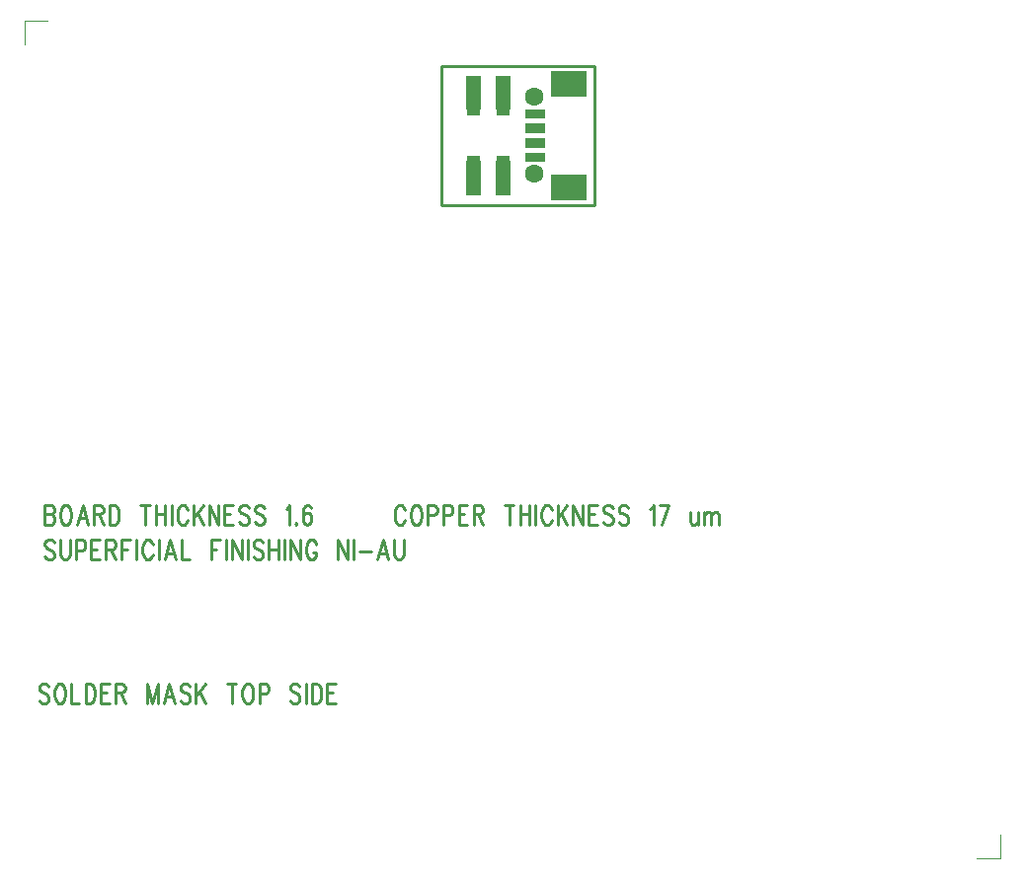
<source format=gbr>
*
*
G04 PADS Layout (Build Number 2007.42.1) generated Gerber (RS-274-X) file*
G04 PC Version=2.1*
*
%IN "TMSBASE-001.pcb"*%
*
%MOIN*%
*
%FSLAX35Y35*%
*
*
*
*
G04 PC Standard Apertures*
*
*
G04 Thermal Relief Aperture macro.*
%AMTER*
1,1,$1,0,0*
1,0,$1-$2,0,0*
21,0,$3,$4,0,0,45*
21,0,$3,$4,0,0,135*
%
*
*
G04 Annular Aperture macro.*
%AMANN*
1,1,$1,0,0*
1,0,$2,0,0*
%
*
*
G04 Odd Aperture macro.*
%AMODD*
1,1,$1,0,0*
1,0,$1-0.005,0,0*
%
*
*
G04 PC Custom Aperture Macros*
*
*
*
*
*
*
G04 PC Aperture Table*
*
%ADD010C,0.01*%
%ADD062R,0.05118X0.05118*%
%ADD088R,0.04331X0.04331*%
%ADD102C,0.06299*%
%ADD162R,0.0315X0.0315*%
%ADD163R,0.08661X0.08661*%
%ADD192C,0.00004*%
*
*
*
*
G04 PC Copper Outlines (0)*
G04 Layer Name TMSBASE-001.pcb - dark (0)*
%LPD*%
*
*
G04 PC Area=Custom_Thermal*
*
G04 PC Custom Flashes*
G04 Layer Name TMSBASE-001.pcb - flashes*
%LPD*%
*
*
G04 PC Circuitry*
G04 Layer Name TMSBASE-001.pcb - circuitry*
%LPD*%
*
G54D10*
G01X10081Y106505D02*
X9627Y107130D01*
X8945Y107442*
X8036*
X7354Y107130*
X6900Y106505*
Y105880*
X7127Y105255*
X7354Y104942*
X7809Y104630*
X9172Y104005*
X9627Y103692*
X9854Y103380*
X10081Y102755*
Y101817*
X9627Y101192*
X8945Y100880*
X8036*
X7354Y101192*
X6900Y101817*
X12127Y107442D02*
Y102755D01*
X12354Y101817*
X12809Y101192*
X13491Y100880*
X13945*
X14627Y101192*
X15081Y101817*
X15309Y102755*
Y107442*
X17354D02*
Y100880D01*
Y107442D02*
X19400D01*
X20081Y107130*
X20309Y106817*
X20536Y106192*
Y105255*
X20309Y104630*
X20081Y104317*
X19400Y104005*
X17354*
X22581Y107442D02*
Y100880D01*
Y107442D02*
X25536D01*
X22581Y104317D02*
X24400D01*
X22581Y100880D02*
X25536D01*
X27581Y107442D02*
Y100880D01*
Y107442D02*
X29627D01*
X30309Y107130*
X30536Y106817*
X30763Y106192*
Y105567*
X30536Y104942*
X30309Y104630*
X29627Y104317*
X27581*
X29172D02*
X30763Y100880D01*
X32809Y107442D02*
Y100880D01*
Y107442D02*
X35763D01*
X32809Y104317D02*
X34627D01*
X37809Y107442D02*
Y100880D01*
X43263Y105880D02*
X43036Y106505D01*
X42581Y107130*
X42127Y107442*
X41218*
X40763Y107130*
X40309Y106505*
X40081Y105880*
X39854Y104942*
Y103380*
X40081Y102442*
X40309Y101817*
X40763Y101192*
X41218Y100880*
X42127*
X42581Y101192*
X43036Y101817*
X43263Y102442*
X45309Y107442D02*
Y100880D01*
X49172Y107442D02*
X47354Y100880D01*
X49172Y107442D02*
X50991Y100880D01*
X48036Y103067D02*
X50309D01*
X53036Y107442D02*
Y100880D01*
X55763*
X63036Y107442D02*
Y100880D01*
Y107442D02*
X65991D01*
X63036Y104317D02*
X64854D01*
X68036Y107442D02*
Y100880D01*
X70081Y107442D02*
Y100880D01*
Y107442D02*
X73263Y100880D01*
Y107442D02*
Y100880D01*
X75309Y107442D02*
Y100880D01*
X80536Y106505D02*
X80081Y107130D01*
X79400Y107442*
X78491*
X77809Y107130*
X77354Y106505*
Y105880*
X77581Y105255*
X77809Y104942*
X78263Y104630*
X79627Y104005*
X80081Y103692*
X80309Y103380*
X80536Y102755*
Y101817*
X80081Y101192*
X79400Y100880*
X78491*
X77809Y101192*
X77354Y101817*
X82581Y107442D02*
Y100880D01*
X85763Y107442D02*
Y100880D01*
X82581Y104317D02*
X85763D01*
X87809Y107442D02*
Y100880D01*
X89854Y107442D02*
Y100880D01*
Y107442D02*
X93036Y100880D01*
Y107442D02*
Y100880D01*
X98491Y105880D02*
X98263Y106505D01*
X97809Y107130*
X97354Y107442*
X96445*
X95991Y107130*
X95536Y106505*
X95309Y105880*
X95081Y104942*
Y103380*
X95309Y102442*
X95536Y101817*
X95991Y101192*
X96445Y100880*
X97354*
X97809Y101192*
X98263Y101817*
X98491Y102442*
Y103380*
X97354D02*
X98491D01*
X105763Y107442D02*
Y100880D01*
Y107442D02*
X108945Y100880D01*
Y107442D02*
Y100880D01*
X110991Y107442D02*
Y100880D01*
X113036Y103692D02*
X117127D01*
X120991Y107442D02*
X119172Y100880D01*
X120991Y107442D02*
X122809Y100880D01*
X119854Y103067D02*
X122127D01*
X124854Y107442D02*
Y102755D01*
X125081Y101817*
X125536Y101192*
X126218Y100880*
X126672*
X127354Y101192*
X127809Y101817*
X128036Y102755*
Y107442*
X6900Y119253D02*
Y112691D01*
Y119253D02*
X8945D01*
X9627Y118941*
X9854Y118628*
X10081Y118003*
Y117378*
X9854Y116753*
X9627Y116441*
X8945Y116128*
X6900D02*
X8945D01*
X9627Y115816*
X9854Y115503*
X10081Y114878*
Y113941*
X9854Y113316*
X9627Y113003*
X8945Y112691*
X6900*
X13491Y119253D02*
X13036Y118941D01*
X12581Y118316*
X12354Y117691*
X12127Y116753*
Y115191*
X12354Y114253*
X12581Y113628*
X13036Y113003*
X13491Y112691*
X14400*
X14854Y113003*
X15309Y113628*
X15536Y114253*
X15763Y115191*
Y116753*
X15536Y117691*
X15309Y118316*
X14854Y118941*
X14400Y119253*
X13491*
X19627D02*
X17809Y112691D01*
X19627Y119253D02*
X21445Y112691D01*
X18491Y114878D02*
X20763D01*
X23491Y119253D02*
Y112691D01*
Y119253D02*
X25536D01*
X26218Y118941*
X26445Y118628*
X26672Y118003*
Y117378*
X26445Y116753*
X26218Y116441*
X25536Y116128*
X23491*
X25081D02*
X26672Y112691D01*
X28718Y119253D02*
Y112691D01*
Y119253D02*
X30309D01*
X30991Y118941*
X31445Y118316*
X31672Y117691*
X31900Y116753*
Y115191*
X31672Y114253*
X31445Y113628*
X30991Y113003*
X30309Y112691*
X28718*
X40763Y119253D02*
Y112691D01*
X39172Y119253D02*
X42354D01*
X44400D02*
Y112691D01*
X47581Y119253D02*
Y112691D01*
X44400Y116128D02*
X47581D01*
X49627Y119253D02*
Y112691D01*
X55081Y117691D02*
X54854Y118316D01*
X54400Y118941*
X53945Y119253*
X53036*
X52581Y118941*
X52127Y118316*
X51900Y117691*
X51672Y116753*
Y115191*
X51900Y114253*
X52127Y113628*
X52581Y113003*
X53036Y112691*
X53945*
X54400Y113003*
X54854Y113628*
X55081Y114253*
X57127Y119253D02*
Y112691D01*
X60309Y119253D02*
X57127Y114878D01*
X58263Y116441D02*
X60309Y112691D01*
X62354Y119253D02*
Y112691D01*
Y119253D02*
X65536Y112691D01*
Y119253D02*
Y112691D01*
X67581Y119253D02*
Y112691D01*
Y119253D02*
X70536D01*
X67581Y116128D02*
X69400D01*
X67581Y112691D02*
X70536D01*
X75763Y118316D02*
X75309Y118941D01*
X74627Y119253*
X73718*
X73036Y118941*
X72581Y118316*
Y117691*
X72809Y117066*
X73036Y116753*
X73491Y116441*
X74854Y115816*
X75309Y115503*
X75536Y115191*
X75763Y114566*
Y113628*
X75309Y113003*
X74627Y112691*
X73718*
X73036Y113003*
X72581Y113628*
X80991Y118316D02*
X80536Y118941D01*
X79854Y119253*
X78945*
X78263Y118941*
X77809Y118316*
Y117691*
X78036Y117066*
X78263Y116753*
X78718Y116441*
X80081Y115816*
X80536Y115503*
X80763Y115191*
X80991Y114566*
Y113628*
X80536Y113003*
X79854Y112691*
X78945*
X78263Y113003*
X77809Y113628*
X88263Y118003D02*
X88718Y118316D01*
X89400Y119253*
Y112691*
X91672Y113316D02*
X91445Y113003D01*
X91672Y112691*
X91900Y113003*
X91672Y113316*
X96672Y118316D02*
X96445Y118941D01*
X95763Y119253*
X95309*
X94627Y118941*
X94172Y118003*
X93945Y116441*
Y114878*
X94172Y113628*
X94627Y113003*
X95309Y112691*
X95536*
X96218Y113003*
X96672Y113628*
X96900Y114566*
Y114878*
X96672Y115816*
X96218Y116441*
X95536Y116753*
X95309*
X94627Y116441*
X94172Y115816*
X93945Y114878*
X128419Y117691D02*
X128192Y118316D01*
X127737Y118941*
X127283Y119253*
X126373*
X125919Y118941*
X125464Y118316*
X125237Y117691*
X125010Y116753*
Y115191*
X125237Y114253*
X125464Y113628*
X125919Y113003*
X126373Y112691*
X127283*
X127737Y113003*
X128192Y113628*
X128419Y114253*
X131828Y119253D02*
X131373Y118941D01*
X130919Y118316*
X130692Y117691*
X130464Y116753*
Y115191*
X130692Y114253*
X130919Y113628*
X131373Y113003*
X131828Y112691*
X132737*
X133192Y113003*
X133646Y113628*
X133873Y114253*
X134101Y115191*
Y116753*
X133873Y117691*
X133646Y118316*
X133192Y118941*
X132737Y119253*
X131828*
X136146D02*
Y112691D01*
Y119253D02*
X138192D01*
X138873Y118941*
X139101Y118628*
X139328Y118003*
Y117066*
X139101Y116441*
X138873Y116128*
X138192Y115816*
X136146*
X141373Y119253D02*
Y112691D01*
Y119253D02*
X143419D01*
X144101Y118941*
X144328Y118628*
X144555Y118003*
Y117066*
X144328Y116441*
X144101Y116128*
X143419Y115816*
X141373*
X146601Y119253D02*
Y112691D01*
Y119253D02*
X149555D01*
X146601Y116128D02*
X148419D01*
X146601Y112691D02*
X149555D01*
X151601Y119253D02*
Y112691D01*
Y119253D02*
X153646D01*
X154328Y118941*
X154555Y118628*
X154783Y118003*
Y117378*
X154555Y116753*
X154328Y116441*
X153646Y116128*
X151601*
X153192D02*
X154783Y112691D01*
X163646Y119253D02*
Y112691D01*
X162055Y119253D02*
X165237D01*
X167283D02*
Y112691D01*
X170464Y119253D02*
Y112691D01*
X167283Y116128D02*
X170464D01*
X172510Y119253D02*
Y112691D01*
X177964Y117691D02*
X177737Y118316D01*
X177283Y118941*
X176828Y119253*
X175919*
X175464Y118941*
X175010Y118316*
X174783Y117691*
X174555Y116753*
Y115191*
X174783Y114253*
X175010Y113628*
X175464Y113003*
X175919Y112691*
X176828*
X177283Y113003*
X177737Y113628*
X177964Y114253*
X180010Y119253D02*
Y112691D01*
X183192Y119253D02*
X180010Y114878D01*
X181146Y116441D02*
X183192Y112691D01*
X185237Y119253D02*
Y112691D01*
Y119253D02*
X188419Y112691D01*
Y119253D02*
Y112691D01*
X190464Y119253D02*
Y112691D01*
Y119253D02*
X193419D01*
X190464Y116128D02*
X192283D01*
X190464Y112691D02*
X193419D01*
X198646Y118316D02*
X198192Y118941D01*
X197510Y119253*
X196601*
X195919Y118941*
X195464Y118316*
Y117691*
X195692Y117066*
X195919Y116753*
X196373Y116441*
X197737Y115816*
X198192Y115503*
X198419Y115191*
X198646Y114566*
Y113628*
X198192Y113003*
X197510Y112691*
X196601*
X195919Y113003*
X195464Y113628*
X203873Y118316D02*
X203419Y118941D01*
X202737Y119253*
X201828*
X201146Y118941*
X200692Y118316*
Y117691*
X200919Y117066*
X201146Y116753*
X201601Y116441*
X202964Y115816*
X203419Y115503*
X203646Y115191*
X203873Y114566*
Y113628*
X203419Y113003*
X202737Y112691*
X201828*
X201146Y113003*
X200692Y113628*
X211146Y118003D02*
X211601Y118316D01*
X212283Y119253*
Y112691*
X217510Y119253D02*
X215237Y112691D01*
X214328Y119253D02*
X217510D01*
X224783Y117066D02*
Y113941D01*
X225010Y113003*
X225464Y112691*
X226146*
X226601Y113003*
X227283Y113941*
Y117066D02*
Y112691D01*
X229328Y117066D02*
Y112691D01*
Y115816D02*
X230010Y116753D01*
X230464Y117066*
X231146*
X231601Y116753*
X231828Y115816*
Y112691*
Y115816D02*
X232510Y116753D01*
X232964Y117066*
X233646*
X234101Y116753*
X234328Y115816*
Y112691*
X8137Y58009D02*
X7682Y58634D01*
X7000Y58946*
X6091*
X5409Y58634*
X4955Y58009*
Y57384*
X5182Y56759*
X5409Y56446*
X5864Y56134*
X7227Y55509*
X7682Y55196*
X7909Y54884*
X8137Y54259*
Y53321*
X7682Y52696*
X7000Y52384*
X6091*
X5409Y52696*
X4955Y53321*
X11546Y58946D02*
X11091Y58634D01*
X10637Y58009*
X10409Y57384*
X10182Y56446*
Y54884*
X10409Y53946*
X10637Y53321*
X11091Y52696*
X11546Y52384*
X12455*
X12909Y52696*
X13364Y53321*
X13591Y53946*
X13818Y54884*
Y56446*
X13591Y57384*
X13364Y58009*
X12909Y58634*
X12455Y58946*
X11546*
X15864D02*
Y52384D01*
X18591*
X20637Y58946D02*
Y52384D01*
Y58946D02*
X22227D01*
X22909Y58634*
X23364Y58009*
X23591Y57384*
X23818Y56446*
Y54884*
X23591Y53946*
X23364Y53321*
X22909Y52696*
X22227Y52384*
X20637*
X25864Y58946D02*
Y52384D01*
Y58946D02*
X28818D01*
X25864Y55821D02*
X27682D01*
X25864Y52384D02*
X28818D01*
X30864Y58946D02*
Y52384D01*
Y58946D02*
X32909D01*
X33591Y58634*
X33818Y58321*
X34046Y57696*
Y57071*
X33818Y56446*
X33591Y56134*
X32909Y55821*
X30864*
X32455D02*
X34046Y52384D01*
X41318Y58946D02*
Y52384D01*
Y58946D02*
X43137Y52384D01*
X44955Y58946D02*
X43137Y52384D01*
X44955Y58946D02*
Y52384D01*
X48818Y58946D02*
X47000Y52384D01*
X48818Y58946D02*
X50637Y52384D01*
X47682Y54571D02*
X49955D01*
X55864Y58009D02*
X55409Y58634D01*
X54727Y58946*
X53818*
X53137Y58634*
X52682Y58009*
Y57384*
X52909Y56759*
X53137Y56446*
X53591Y56134*
X54955Y55509*
X55409Y55196*
X55637Y54884*
X55864Y54259*
Y53321*
X55409Y52696*
X54727Y52384*
X53818*
X53137Y52696*
X52682Y53321*
X57909Y58946D02*
Y52384D01*
X61091Y58946D02*
X57909Y54571D01*
X59046Y56134D02*
X61091Y52384D01*
X69955Y58946D02*
Y52384D01*
X68364Y58946D02*
X71546D01*
X74955D02*
X74500Y58634D01*
X74046Y58009*
X73818Y57384*
X73591Y56446*
Y54884*
X73818Y53946*
X74046Y53321*
X74500Y52696*
X74955Y52384*
X75864*
X76318Y52696*
X76773Y53321*
X77000Y53946*
X77227Y54884*
Y56446*
X77000Y57384*
X76773Y58009*
X76318Y58634*
X75864Y58946*
X74955*
X79273D02*
Y52384D01*
Y58946D02*
X81318D01*
X82000Y58634*
X82227Y58321*
X82455Y57696*
Y56759*
X82227Y56134*
X82000Y55821*
X81318Y55509*
X79273*
X92909Y58009D02*
X92455Y58634D01*
X91773Y58946*
X90864*
X90182Y58634*
X89727Y58009*
Y57384*
X89955Y56759*
X90182Y56446*
X90637Y56134*
X92000Y55509*
X92455Y55196*
X92682Y54884*
X92909Y54259*
Y53321*
X92455Y52696*
X91773Y52384*
X90864*
X90182Y52696*
X89727Y53321*
X94955Y58946D02*
Y52384D01*
X97000Y58946D02*
Y52384D01*
Y58946D02*
X98591D01*
X99273Y58634*
X99727Y58009*
X99955Y57384*
X100182Y56446*
Y54884*
X99955Y53946*
X99727Y53321*
X99273Y52696*
X98591Y52384*
X97000*
X102227Y58946D02*
Y52384D01*
Y58946D02*
X105182D01*
X102227Y55821D02*
X104046D01*
X102227Y52384D02*
X105182D01*
X192439Y220486D02*
Y267730D01*
X140864*
Y220486*
X192439*
G54D62*
X151691Y226392D02*
Y232888D01*
X161533Y226392D02*
Y232888D01*
Y255329D02*
Y261825D01*
X151691Y255329D02*
Y261825D01*
G54D88*
Y235250D02*
Y233281D01*
X161533Y235250D02*
Y233281D01*
Y254935D02*
Y252967D01*
X151691Y254935D02*
Y252967D01*
G54D102*
X171967Y257100D03*
Y231116D03*
G54D162*
X174132Y236726D02*
X170589D01*
X174132Y241648D02*
X170589D01*
X174132Y246569D02*
X170589D01*
X174132Y251490D02*
X170589D01*
G54D163*
X185549Y226687D02*
X182006D01*
X185549Y261530D02*
X182006D01*
G54D192*
X2Y274955D02*
Y282829D01*
X7876*
X321537Y2D02*
X329411D01*
Y7876*
X0Y0D02*
M02*

</source>
